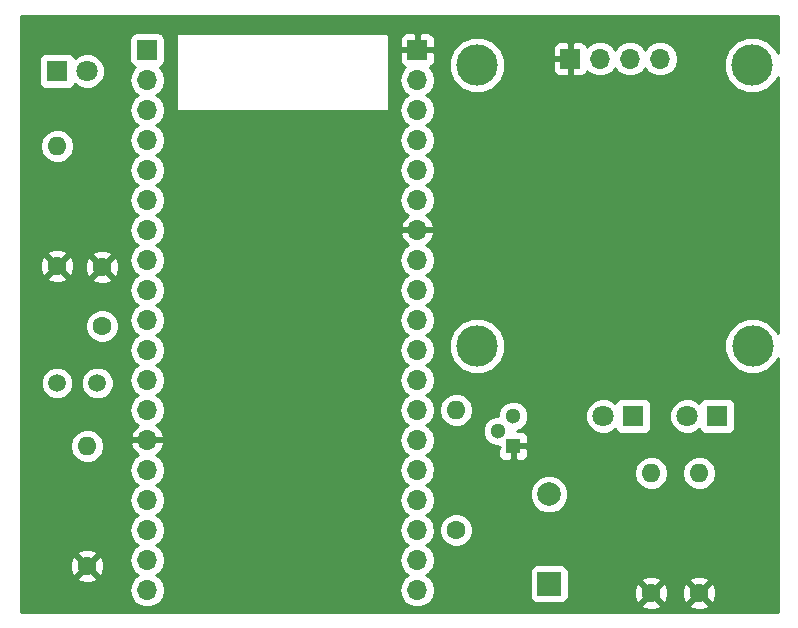
<source format=gbl>
G04 #@! TF.GenerationSoftware,KiCad,Pcbnew,5.0.0+dfsg1-1*
G04 #@! TF.CreationDate,2018-09-23T15:10:03+08:00*
G04 #@! TF.ProjectId,IOT,494F542E6B696361645F706362000000,rev?*
G04 #@! TF.SameCoordinates,Original*
G04 #@! TF.FileFunction,Copper,L2,Bot,Signal*
G04 #@! TF.FilePolarity,Positive*
%FSLAX46Y46*%
G04 Gerber Fmt 4.6, Leading zero omitted, Abs format (unit mm)*
G04 Created by KiCad (PCBNEW 5.0.0+dfsg1-1) date Sun Sep 23 15:10:03 2018*
%MOMM*%
%LPD*%
G01*
G04 APERTURE LIST*
G04 #@! TA.AperFunction,ComponentPad*
%ADD10R,1.800000X1.800000*%
G04 #@! TD*
G04 #@! TA.AperFunction,ComponentPad*
%ADD11C,1.800000*%
G04 #@! TD*
G04 #@! TA.AperFunction,WasherPad*
%ADD12C,3.500000*%
G04 #@! TD*
G04 #@! TA.AperFunction,ComponentPad*
%ADD13R,1.700000X1.700000*%
G04 #@! TD*
G04 #@! TA.AperFunction,ComponentPad*
%ADD14O,1.700000X1.700000*%
G04 #@! TD*
G04 #@! TA.AperFunction,ComponentPad*
%ADD15C,1.500000*%
G04 #@! TD*
G04 #@! TA.AperFunction,ComponentPad*
%ADD16R,2.000000X2.000000*%
G04 #@! TD*
G04 #@! TA.AperFunction,ComponentPad*
%ADD17C,2.000000*%
G04 #@! TD*
G04 #@! TA.AperFunction,ComponentPad*
%ADD18O,1.600000X1.600000*%
G04 #@! TD*
G04 #@! TA.AperFunction,ComponentPad*
%ADD19C,1.600000*%
G04 #@! TD*
G04 #@! TA.AperFunction,ComponentPad*
%ADD20C,1.300000*%
G04 #@! TD*
G04 #@! TA.AperFunction,ComponentPad*
%ADD21R,1.300000X1.300000*%
G04 #@! TD*
G04 #@! TA.AperFunction,Conductor*
%ADD22C,0.254000*%
G04 #@! TD*
G04 APERTURE END LIST*
D10*
G04 #@! TO.P,D1,1*
G04 #@! TO.N,Net-(D1-Pad1)*
X25400000Y-41910000D03*
D11*
G04 #@! TO.P,D1,2*
G04 #@! TO.N,+3V3*
X27940000Y-41910000D03*
G04 #@! TD*
G04 #@! TO.P,D2,2*
G04 #@! TO.N,/GREEN_LED*
X78740000Y-71120000D03*
D10*
G04 #@! TO.P,D2,1*
G04 #@! TO.N,Net-(D2-Pad1)*
X81280000Y-71120000D03*
G04 #@! TD*
D12*
G04 #@! TO.P,U2,*
G04 #@! TO.N,*
X84251800Y-41402000D03*
X84277200Y-65176400D03*
X60960000Y-65201800D03*
D13*
G04 #@! TO.P,U2,1*
G04 #@! TO.N,GND*
X68834000Y-40894000D03*
D14*
G04 #@! TO.P,U2,2*
G04 #@! TO.N,+3V3*
X71374000Y-40894000D03*
G04 #@! TO.P,U2,3*
G04 #@! TO.N,/OLED_SCL*
X73914000Y-40894000D03*
G04 #@! TO.P,U2,4*
G04 #@! TO.N,/OLED_SDA*
X76454000Y-40894000D03*
D12*
G04 #@! TO.P,U2,*
G04 #@! TO.N,*
X60960000Y-41402000D03*
G04 #@! TD*
D10*
G04 #@! TO.P,D3,1*
G04 #@! TO.N,Net-(D3-Pad1)*
X74168000Y-71120000D03*
D11*
G04 #@! TO.P,D3,2*
G04 #@! TO.N,/RED_LED*
X71628000Y-71120000D03*
G04 #@! TD*
D15*
G04 #@! TO.P,R5,1*
G04 #@! TO.N,+3V3*
X25400000Y-68326000D03*
G04 #@! TO.P,R5,2*
G04 #@! TO.N,/LDR_ADC*
X28800000Y-68326000D03*
G04 #@! TD*
D14*
G04 #@! TO.P,U1,20*
G04 #@! TO.N,Net-(U1-Pad20)*
X55880000Y-85852000D03*
G04 #@! TO.P,U1,21*
G04 #@! TO.N,Net-(U1-Pad21)*
X55880000Y-83312000D03*
G04 #@! TO.P,U1,22*
G04 #@! TO.N,Net-(U1-Pad22)*
X55880000Y-80772000D03*
G04 #@! TO.P,U1,23*
G04 #@! TO.N,Net-(U1-Pad23)*
X55880000Y-78232000D03*
G04 #@! TO.P,U1,24*
G04 #@! TO.N,Net-(U1-Pad24)*
X55880000Y-75692000D03*
G04 #@! TO.P,U1,25*
G04 #@! TO.N,Net-(U1-Pad25)*
X55880000Y-73152000D03*
G04 #@! TO.P,U1,26*
G04 #@! TO.N,/BUZZER_CONTROL*
X55880000Y-70612000D03*
G04 #@! TO.P,U1,27*
G04 #@! TO.N,/RED_LED*
X55880000Y-68072000D03*
G04 #@! TO.P,U1,28*
G04 #@! TO.N,/GREEN_LED*
X55880000Y-65532000D03*
G04 #@! TO.P,U1,29*
G04 #@! TO.N,Net-(U1-Pad29)*
X55880000Y-62992000D03*
G04 #@! TO.P,U1,30*
G04 #@! TO.N,Net-(U1-Pad30)*
X55880000Y-60452000D03*
G04 #@! TO.P,U1,31*
G04 #@! TO.N,Net-(U1-Pad31)*
X55880000Y-57912000D03*
G04 #@! TO.P,U1,32*
G04 #@! TO.N,GND*
X55880000Y-55372000D03*
G04 #@! TO.P,U1,33*
G04 #@! TO.N,/OLED_SDA*
X55880000Y-52832000D03*
G04 #@! TO.P,U1,34*
G04 #@! TO.N,Net-(U1-Pad34)*
X55880000Y-50292000D03*
G04 #@! TO.P,U1,35*
G04 #@! TO.N,Net-(U1-Pad35)*
X55880000Y-47752000D03*
G04 #@! TO.P,U1,36*
G04 #@! TO.N,/OLED_SCL*
X55880000Y-45212000D03*
G04 #@! TO.P,U1,37*
G04 #@! TO.N,Net-(U1-Pad37)*
X55880000Y-42672000D03*
D13*
G04 #@! TO.P,U1,38*
G04 #@! TO.N,GND*
X55880000Y-40132000D03*
G04 #@! TO.P,U1,1*
G04 #@! TO.N,+3V3*
X33020000Y-40132000D03*
D14*
G04 #@! TO.P,U1,2*
G04 #@! TO.N,Net-(U1-Pad2)*
X33020000Y-42672000D03*
G04 #@! TO.P,U1,3*
G04 #@! TO.N,Net-(U1-Pad3)*
X33020000Y-45212000D03*
G04 #@! TO.P,U1,4*
G04 #@! TO.N,Net-(U1-Pad4)*
X33020000Y-47752000D03*
G04 #@! TO.P,U1,5*
G04 #@! TO.N,Net-(U1-Pad5)*
X33020000Y-50292000D03*
G04 #@! TO.P,U1,6*
G04 #@! TO.N,Net-(U1-Pad6)*
X33020000Y-52832000D03*
G04 #@! TO.P,U1,7*
G04 #@! TO.N,/LDR_ADC*
X33020000Y-55372000D03*
G04 #@! TO.P,U1,8*
G04 #@! TO.N,Net-(U1-Pad8)*
X33020000Y-57912000D03*
G04 #@! TO.P,U1,9*
G04 #@! TO.N,Net-(U1-Pad9)*
X33020000Y-60452000D03*
G04 #@! TO.P,U1,10*
G04 #@! TO.N,Net-(U1-Pad10)*
X33020000Y-62992000D03*
G04 #@! TO.P,U1,11*
G04 #@! TO.N,Net-(U1-Pad11)*
X33020000Y-65532000D03*
G04 #@! TO.P,U1,12*
G04 #@! TO.N,Net-(U1-Pad12)*
X33020000Y-68072000D03*
G04 #@! TO.P,U1,13*
G04 #@! TO.N,Net-(U1-Pad13)*
X33020000Y-70612000D03*
G04 #@! TO.P,U1,14*
G04 #@! TO.N,GND*
X33020000Y-73152000D03*
G04 #@! TO.P,U1,15*
G04 #@! TO.N,Net-(U1-Pad15)*
X33020000Y-75692000D03*
G04 #@! TO.P,U1,16*
G04 #@! TO.N,Net-(U1-Pad16)*
X33020000Y-78232000D03*
G04 #@! TO.P,U1,17*
G04 #@! TO.N,Net-(U1-Pad17)*
X33020000Y-80772000D03*
G04 #@! TO.P,U1,18*
G04 #@! TO.N,Net-(U1-Pad18)*
X33020000Y-83312000D03*
G04 #@! TO.P,U1,19*
G04 #@! TO.N,Net-(U1-Pad19)*
X33020000Y-85852000D03*
G04 #@! TD*
D16*
G04 #@! TO.P,BZ1,1*
G04 #@! TO.N,+3V3*
X67056000Y-85344000D03*
D17*
G04 #@! TO.P,BZ1,2*
G04 #@! TO.N,Net-(BZ1-Pad2)*
X67056000Y-77744000D03*
G04 #@! TD*
D18*
G04 #@! TO.P,R4,2*
G04 #@! TO.N,Net-(D3-Pad1)*
X75692000Y-75946000D03*
D19*
G04 #@! TO.P,R4,1*
G04 #@! TO.N,GND*
X75692000Y-86106000D03*
G04 #@! TD*
D18*
G04 #@! TO.P,R2,2*
G04 #@! TO.N,Net-(D1-Pad1)*
X25400000Y-48260000D03*
D19*
G04 #@! TO.P,R2,1*
G04 #@! TO.N,GND*
X25400000Y-58420000D03*
G04 #@! TD*
G04 #@! TO.P,C1,1*
G04 #@! TO.N,/LDR_ADC*
X29210000Y-63500000D03*
G04 #@! TO.P,C1,2*
G04 #@! TO.N,GND*
X29210000Y-58500000D03*
G04 #@! TD*
G04 #@! TO.P,R6,1*
G04 #@! TO.N,GND*
X27940000Y-83820000D03*
D18*
G04 #@! TO.P,R6,2*
G04 #@! TO.N,/LDR_ADC*
X27940000Y-73660000D03*
G04 #@! TD*
D19*
G04 #@! TO.P,R3,1*
G04 #@! TO.N,GND*
X79756000Y-86106000D03*
D18*
G04 #@! TO.P,R3,2*
G04 #@! TO.N,Net-(D2-Pad1)*
X79756000Y-75946000D03*
G04 #@! TD*
D20*
G04 #@! TO.P,Q1,2*
G04 #@! TO.N,Net-(Q1-Pad2)*
X62738000Y-72390000D03*
G04 #@! TO.P,Q1,3*
G04 #@! TO.N,Net-(BZ1-Pad2)*
X64008000Y-71120000D03*
D21*
G04 #@! TO.P,Q1,1*
G04 #@! TO.N,GND*
X64008000Y-73660000D03*
G04 #@! TD*
D19*
G04 #@! TO.P,R1,1*
G04 #@! TO.N,Net-(Q1-Pad2)*
X59182000Y-80772000D03*
D18*
G04 #@! TO.P,R1,2*
G04 #@! TO.N,/BUZZER_CONTROL*
X59182000Y-70612000D03*
G04 #@! TD*
D22*
G04 #@! TO.N,GND*
G36*
X86412000Y-40384880D02*
X86273705Y-40051006D01*
X85602794Y-39380095D01*
X84726206Y-39017000D01*
X83777394Y-39017000D01*
X82900806Y-39380095D01*
X82229895Y-40051006D01*
X81866800Y-40927594D01*
X81866800Y-41876406D01*
X82229895Y-42752994D01*
X82900806Y-43423905D01*
X83777394Y-43787000D01*
X84726206Y-43787000D01*
X85602794Y-43423905D01*
X86273705Y-42752994D01*
X86412000Y-42419120D01*
X86412001Y-64097960D01*
X86299105Y-63825406D01*
X85628194Y-63154495D01*
X84751606Y-62791400D01*
X83802794Y-62791400D01*
X82926206Y-63154495D01*
X82255295Y-63825406D01*
X81892200Y-64701994D01*
X81892200Y-65650806D01*
X82255295Y-66527394D01*
X82926206Y-67198305D01*
X83802794Y-67561400D01*
X84751606Y-67561400D01*
X85628194Y-67198305D01*
X86299105Y-66527394D01*
X86412001Y-66254840D01*
X86412001Y-87682000D01*
X22300000Y-87682000D01*
X22300000Y-84827745D01*
X27111861Y-84827745D01*
X27185995Y-85073864D01*
X27723223Y-85266965D01*
X28293454Y-85239778D01*
X28694005Y-85073864D01*
X28768139Y-84827745D01*
X27940000Y-83999605D01*
X27111861Y-84827745D01*
X22300000Y-84827745D01*
X22300000Y-83603223D01*
X26493035Y-83603223D01*
X26520222Y-84173454D01*
X26686136Y-84574005D01*
X26932255Y-84648139D01*
X27760395Y-83820000D01*
X28119605Y-83820000D01*
X28947745Y-84648139D01*
X29193864Y-84574005D01*
X29386965Y-84036777D01*
X29359778Y-83466546D01*
X29193864Y-83065995D01*
X28947745Y-82991861D01*
X28119605Y-83820000D01*
X27760395Y-83820000D01*
X26932255Y-82991861D01*
X26686136Y-83065995D01*
X26493035Y-83603223D01*
X22300000Y-83603223D01*
X22300000Y-82812255D01*
X27111861Y-82812255D01*
X27940000Y-83640395D01*
X28768139Y-82812255D01*
X28694005Y-82566136D01*
X28156777Y-82373035D01*
X27586546Y-82400222D01*
X27185995Y-82566136D01*
X27111861Y-82812255D01*
X22300000Y-82812255D01*
X22300000Y-75692000D01*
X31505908Y-75692000D01*
X31621161Y-76271418D01*
X31949375Y-76762625D01*
X32247761Y-76962000D01*
X31949375Y-77161375D01*
X31621161Y-77652582D01*
X31505908Y-78232000D01*
X31621161Y-78811418D01*
X31949375Y-79302625D01*
X32247761Y-79502000D01*
X31949375Y-79701375D01*
X31621161Y-80192582D01*
X31505908Y-80772000D01*
X31621161Y-81351418D01*
X31949375Y-81842625D01*
X32247761Y-82042000D01*
X31949375Y-82241375D01*
X31621161Y-82732582D01*
X31505908Y-83312000D01*
X31621161Y-83891418D01*
X31949375Y-84382625D01*
X32247761Y-84582000D01*
X31949375Y-84781375D01*
X31621161Y-85272582D01*
X31505908Y-85852000D01*
X31621161Y-86431418D01*
X31949375Y-86922625D01*
X32440582Y-87250839D01*
X32873744Y-87337000D01*
X33166256Y-87337000D01*
X33599418Y-87250839D01*
X34090625Y-86922625D01*
X34418839Y-86431418D01*
X34534092Y-85852000D01*
X34418839Y-85272582D01*
X34090625Y-84781375D01*
X33792239Y-84582000D01*
X34090625Y-84382625D01*
X34418839Y-83891418D01*
X34534092Y-83312000D01*
X34418839Y-82732582D01*
X34090625Y-82241375D01*
X33792239Y-82042000D01*
X34090625Y-81842625D01*
X34418839Y-81351418D01*
X34534092Y-80772000D01*
X34418839Y-80192582D01*
X34090625Y-79701375D01*
X33792239Y-79502000D01*
X34090625Y-79302625D01*
X34418839Y-78811418D01*
X34534092Y-78232000D01*
X34418839Y-77652582D01*
X34090625Y-77161375D01*
X33792239Y-76962000D01*
X34090625Y-76762625D01*
X34418839Y-76271418D01*
X34534092Y-75692000D01*
X34418839Y-75112582D01*
X34090625Y-74621375D01*
X33771522Y-74408157D01*
X33901358Y-74347183D01*
X34291645Y-73918924D01*
X34461476Y-73508890D01*
X34340155Y-73279000D01*
X33147000Y-73279000D01*
X33147000Y-73299000D01*
X32893000Y-73299000D01*
X32893000Y-73279000D01*
X31699845Y-73279000D01*
X31578524Y-73508890D01*
X31748355Y-73918924D01*
X32138642Y-74347183D01*
X32268478Y-74408157D01*
X31949375Y-74621375D01*
X31621161Y-75112582D01*
X31505908Y-75692000D01*
X22300000Y-75692000D01*
X22300000Y-73660000D01*
X26476887Y-73660000D01*
X26588260Y-74219909D01*
X26905423Y-74694577D01*
X27380091Y-75011740D01*
X27798667Y-75095000D01*
X28081333Y-75095000D01*
X28499909Y-75011740D01*
X28974577Y-74694577D01*
X29291740Y-74219909D01*
X29403113Y-73660000D01*
X29291740Y-73100091D01*
X28974577Y-72625423D01*
X28499909Y-72308260D01*
X28081333Y-72225000D01*
X27798667Y-72225000D01*
X27380091Y-72308260D01*
X26905423Y-72625423D01*
X26588260Y-73100091D01*
X26476887Y-73660000D01*
X22300000Y-73660000D01*
X22300000Y-68050506D01*
X24015000Y-68050506D01*
X24015000Y-68601494D01*
X24225853Y-69110540D01*
X24615460Y-69500147D01*
X25124506Y-69711000D01*
X25675494Y-69711000D01*
X26184540Y-69500147D01*
X26574147Y-69110540D01*
X26785000Y-68601494D01*
X26785000Y-68050506D01*
X27415000Y-68050506D01*
X27415000Y-68601494D01*
X27625853Y-69110540D01*
X28015460Y-69500147D01*
X28524506Y-69711000D01*
X29075494Y-69711000D01*
X29584540Y-69500147D01*
X29974147Y-69110540D01*
X30185000Y-68601494D01*
X30185000Y-68050506D01*
X29974147Y-67541460D01*
X29584540Y-67151853D01*
X29075494Y-66941000D01*
X28524506Y-66941000D01*
X28015460Y-67151853D01*
X27625853Y-67541460D01*
X27415000Y-68050506D01*
X26785000Y-68050506D01*
X26574147Y-67541460D01*
X26184540Y-67151853D01*
X25675494Y-66941000D01*
X25124506Y-66941000D01*
X24615460Y-67151853D01*
X24225853Y-67541460D01*
X24015000Y-68050506D01*
X22300000Y-68050506D01*
X22300000Y-63214561D01*
X27775000Y-63214561D01*
X27775000Y-63785439D01*
X27993466Y-64312862D01*
X28397138Y-64716534D01*
X28924561Y-64935000D01*
X29495439Y-64935000D01*
X30022862Y-64716534D01*
X30426534Y-64312862D01*
X30645000Y-63785439D01*
X30645000Y-63214561D01*
X30426534Y-62687138D01*
X30022862Y-62283466D01*
X29495439Y-62065000D01*
X28924561Y-62065000D01*
X28397138Y-62283466D01*
X27993466Y-62687138D01*
X27775000Y-63214561D01*
X22300000Y-63214561D01*
X22300000Y-59427745D01*
X24571861Y-59427745D01*
X24645995Y-59673864D01*
X25183223Y-59866965D01*
X25753454Y-59839778D01*
X26154005Y-59673864D01*
X26204042Y-59507745D01*
X28381861Y-59507745D01*
X28455995Y-59753864D01*
X28993223Y-59946965D01*
X29563454Y-59919778D01*
X29964005Y-59753864D01*
X30038139Y-59507745D01*
X29210000Y-58679605D01*
X28381861Y-59507745D01*
X26204042Y-59507745D01*
X26228139Y-59427745D01*
X25400000Y-58599605D01*
X24571861Y-59427745D01*
X22300000Y-59427745D01*
X22300000Y-58203223D01*
X23953035Y-58203223D01*
X23980222Y-58773454D01*
X24146136Y-59174005D01*
X24392255Y-59248139D01*
X25220395Y-58420000D01*
X25579605Y-58420000D01*
X26407745Y-59248139D01*
X26653864Y-59174005D01*
X26846965Y-58636777D01*
X26830109Y-58283223D01*
X27763035Y-58283223D01*
X27790222Y-58853454D01*
X27956136Y-59254005D01*
X28202255Y-59328139D01*
X29030395Y-58500000D01*
X29389605Y-58500000D01*
X30217745Y-59328139D01*
X30463864Y-59254005D01*
X30656965Y-58716777D01*
X30629778Y-58146546D01*
X30463864Y-57745995D01*
X30217745Y-57671861D01*
X29389605Y-58500000D01*
X29030395Y-58500000D01*
X28202255Y-57671861D01*
X27956136Y-57745995D01*
X27763035Y-58283223D01*
X26830109Y-58283223D01*
X26819778Y-58066546D01*
X26653864Y-57665995D01*
X26407745Y-57591861D01*
X25579605Y-58420000D01*
X25220395Y-58420000D01*
X24392255Y-57591861D01*
X24146136Y-57665995D01*
X23953035Y-58203223D01*
X22300000Y-58203223D01*
X22300000Y-57412255D01*
X24571861Y-57412255D01*
X25400000Y-58240395D01*
X26148139Y-57492255D01*
X28381861Y-57492255D01*
X29210000Y-58320395D01*
X30038139Y-57492255D01*
X29964005Y-57246136D01*
X29426777Y-57053035D01*
X28856546Y-57080222D01*
X28455995Y-57246136D01*
X28381861Y-57492255D01*
X26148139Y-57492255D01*
X26228139Y-57412255D01*
X26154005Y-57166136D01*
X25616777Y-56973035D01*
X25046546Y-57000222D01*
X24645995Y-57166136D01*
X24571861Y-57412255D01*
X22300000Y-57412255D01*
X22300000Y-48260000D01*
X23936887Y-48260000D01*
X24048260Y-48819909D01*
X24365423Y-49294577D01*
X24840091Y-49611740D01*
X25258667Y-49695000D01*
X25541333Y-49695000D01*
X25959909Y-49611740D01*
X26434577Y-49294577D01*
X26751740Y-48819909D01*
X26863113Y-48260000D01*
X26751740Y-47700091D01*
X26434577Y-47225423D01*
X25959909Y-46908260D01*
X25541333Y-46825000D01*
X25258667Y-46825000D01*
X24840091Y-46908260D01*
X24365423Y-47225423D01*
X24048260Y-47700091D01*
X23936887Y-48260000D01*
X22300000Y-48260000D01*
X22300000Y-41010000D01*
X23852560Y-41010000D01*
X23852560Y-42810000D01*
X23901843Y-43057765D01*
X24042191Y-43267809D01*
X24252235Y-43408157D01*
X24500000Y-43457440D01*
X26300000Y-43457440D01*
X26547765Y-43408157D01*
X26757809Y-43267809D01*
X26898157Y-43057765D01*
X26901275Y-43042092D01*
X27070493Y-43211310D01*
X27634670Y-43445000D01*
X28245330Y-43445000D01*
X28809507Y-43211310D01*
X29241310Y-42779507D01*
X29285840Y-42672000D01*
X31505908Y-42672000D01*
X31621161Y-43251418D01*
X31949375Y-43742625D01*
X32247761Y-43942000D01*
X31949375Y-44141375D01*
X31621161Y-44632582D01*
X31505908Y-45212000D01*
X31621161Y-45791418D01*
X31949375Y-46282625D01*
X32247761Y-46482000D01*
X31949375Y-46681375D01*
X31621161Y-47172582D01*
X31505908Y-47752000D01*
X31621161Y-48331418D01*
X31949375Y-48822625D01*
X32247761Y-49022000D01*
X31949375Y-49221375D01*
X31621161Y-49712582D01*
X31505908Y-50292000D01*
X31621161Y-50871418D01*
X31949375Y-51362625D01*
X32247761Y-51562000D01*
X31949375Y-51761375D01*
X31621161Y-52252582D01*
X31505908Y-52832000D01*
X31621161Y-53411418D01*
X31949375Y-53902625D01*
X32247761Y-54102000D01*
X31949375Y-54301375D01*
X31621161Y-54792582D01*
X31505908Y-55372000D01*
X31621161Y-55951418D01*
X31949375Y-56442625D01*
X32247761Y-56642000D01*
X31949375Y-56841375D01*
X31621161Y-57332582D01*
X31505908Y-57912000D01*
X31621161Y-58491418D01*
X31949375Y-58982625D01*
X32247761Y-59182000D01*
X31949375Y-59381375D01*
X31621161Y-59872582D01*
X31505908Y-60452000D01*
X31621161Y-61031418D01*
X31949375Y-61522625D01*
X32247761Y-61722000D01*
X31949375Y-61921375D01*
X31621161Y-62412582D01*
X31505908Y-62992000D01*
X31621161Y-63571418D01*
X31949375Y-64062625D01*
X32247761Y-64262000D01*
X31949375Y-64461375D01*
X31621161Y-64952582D01*
X31505908Y-65532000D01*
X31621161Y-66111418D01*
X31949375Y-66602625D01*
X32247761Y-66802000D01*
X31949375Y-67001375D01*
X31621161Y-67492582D01*
X31505908Y-68072000D01*
X31621161Y-68651418D01*
X31949375Y-69142625D01*
X32247761Y-69342000D01*
X31949375Y-69541375D01*
X31621161Y-70032582D01*
X31505908Y-70612000D01*
X31621161Y-71191418D01*
X31949375Y-71682625D01*
X32268478Y-71895843D01*
X32138642Y-71956817D01*
X31748355Y-72385076D01*
X31578524Y-72795110D01*
X31699845Y-73025000D01*
X32893000Y-73025000D01*
X32893000Y-73005000D01*
X33147000Y-73005000D01*
X33147000Y-73025000D01*
X34340155Y-73025000D01*
X34461476Y-72795110D01*
X34291645Y-72385076D01*
X33901358Y-71956817D01*
X33771522Y-71895843D01*
X34090625Y-71682625D01*
X34418839Y-71191418D01*
X34534092Y-70612000D01*
X34418839Y-70032582D01*
X34090625Y-69541375D01*
X33792239Y-69342000D01*
X34090625Y-69142625D01*
X34418839Y-68651418D01*
X34534092Y-68072000D01*
X34418839Y-67492582D01*
X34090625Y-67001375D01*
X33792239Y-66802000D01*
X34090625Y-66602625D01*
X34418839Y-66111418D01*
X34534092Y-65532000D01*
X34418839Y-64952582D01*
X34090625Y-64461375D01*
X33792239Y-64262000D01*
X34090625Y-64062625D01*
X34418839Y-63571418D01*
X34534092Y-62992000D01*
X34418839Y-62412582D01*
X34090625Y-61921375D01*
X33792239Y-61722000D01*
X34090625Y-61522625D01*
X34418839Y-61031418D01*
X34534092Y-60452000D01*
X34418839Y-59872582D01*
X34090625Y-59381375D01*
X33792239Y-59182000D01*
X34090625Y-58982625D01*
X34418839Y-58491418D01*
X34534092Y-57912000D01*
X54365908Y-57912000D01*
X54481161Y-58491418D01*
X54809375Y-58982625D01*
X55107761Y-59182000D01*
X54809375Y-59381375D01*
X54481161Y-59872582D01*
X54365908Y-60452000D01*
X54481161Y-61031418D01*
X54809375Y-61522625D01*
X55107761Y-61722000D01*
X54809375Y-61921375D01*
X54481161Y-62412582D01*
X54365908Y-62992000D01*
X54481161Y-63571418D01*
X54809375Y-64062625D01*
X55107761Y-64262000D01*
X54809375Y-64461375D01*
X54481161Y-64952582D01*
X54365908Y-65532000D01*
X54481161Y-66111418D01*
X54809375Y-66602625D01*
X55107761Y-66802000D01*
X54809375Y-67001375D01*
X54481161Y-67492582D01*
X54365908Y-68072000D01*
X54481161Y-68651418D01*
X54809375Y-69142625D01*
X55107761Y-69342000D01*
X54809375Y-69541375D01*
X54481161Y-70032582D01*
X54365908Y-70612000D01*
X54481161Y-71191418D01*
X54809375Y-71682625D01*
X55107761Y-71882000D01*
X54809375Y-72081375D01*
X54481161Y-72572582D01*
X54365908Y-73152000D01*
X54481161Y-73731418D01*
X54809375Y-74222625D01*
X55107761Y-74422000D01*
X54809375Y-74621375D01*
X54481161Y-75112582D01*
X54365908Y-75692000D01*
X54481161Y-76271418D01*
X54809375Y-76762625D01*
X55107761Y-76962000D01*
X54809375Y-77161375D01*
X54481161Y-77652582D01*
X54365908Y-78232000D01*
X54481161Y-78811418D01*
X54809375Y-79302625D01*
X55107761Y-79502000D01*
X54809375Y-79701375D01*
X54481161Y-80192582D01*
X54365908Y-80772000D01*
X54481161Y-81351418D01*
X54809375Y-81842625D01*
X55107761Y-82042000D01*
X54809375Y-82241375D01*
X54481161Y-82732582D01*
X54365908Y-83312000D01*
X54481161Y-83891418D01*
X54809375Y-84382625D01*
X55107761Y-84582000D01*
X54809375Y-84781375D01*
X54481161Y-85272582D01*
X54365908Y-85852000D01*
X54481161Y-86431418D01*
X54809375Y-86922625D01*
X55300582Y-87250839D01*
X55733744Y-87337000D01*
X56026256Y-87337000D01*
X56459418Y-87250839D01*
X56664593Y-87113745D01*
X74863861Y-87113745D01*
X74937995Y-87359864D01*
X75475223Y-87552965D01*
X76045454Y-87525778D01*
X76446005Y-87359864D01*
X76520139Y-87113745D01*
X78927861Y-87113745D01*
X79001995Y-87359864D01*
X79539223Y-87552965D01*
X80109454Y-87525778D01*
X80510005Y-87359864D01*
X80584139Y-87113745D01*
X79756000Y-86285605D01*
X78927861Y-87113745D01*
X76520139Y-87113745D01*
X75692000Y-86285605D01*
X74863861Y-87113745D01*
X56664593Y-87113745D01*
X56950625Y-86922625D01*
X57278839Y-86431418D01*
X57394092Y-85852000D01*
X57278839Y-85272582D01*
X56950625Y-84781375D01*
X56652239Y-84582000D01*
X56950625Y-84382625D01*
X56976433Y-84344000D01*
X65408560Y-84344000D01*
X65408560Y-86344000D01*
X65457843Y-86591765D01*
X65598191Y-86801809D01*
X65808235Y-86942157D01*
X66056000Y-86991440D01*
X68056000Y-86991440D01*
X68303765Y-86942157D01*
X68513809Y-86801809D01*
X68654157Y-86591765D01*
X68703440Y-86344000D01*
X68703440Y-85889223D01*
X74245035Y-85889223D01*
X74272222Y-86459454D01*
X74438136Y-86860005D01*
X74684255Y-86934139D01*
X75512395Y-86106000D01*
X75871605Y-86106000D01*
X76699745Y-86934139D01*
X76945864Y-86860005D01*
X77138965Y-86322777D01*
X77118295Y-85889223D01*
X78309035Y-85889223D01*
X78336222Y-86459454D01*
X78502136Y-86860005D01*
X78748255Y-86934139D01*
X79576395Y-86106000D01*
X79935605Y-86106000D01*
X80763745Y-86934139D01*
X81009864Y-86860005D01*
X81202965Y-86322777D01*
X81175778Y-85752546D01*
X81009864Y-85351995D01*
X80763745Y-85277861D01*
X79935605Y-86106000D01*
X79576395Y-86106000D01*
X78748255Y-85277861D01*
X78502136Y-85351995D01*
X78309035Y-85889223D01*
X77118295Y-85889223D01*
X77111778Y-85752546D01*
X76945864Y-85351995D01*
X76699745Y-85277861D01*
X75871605Y-86106000D01*
X75512395Y-86106000D01*
X74684255Y-85277861D01*
X74438136Y-85351995D01*
X74245035Y-85889223D01*
X68703440Y-85889223D01*
X68703440Y-85098255D01*
X74863861Y-85098255D01*
X75692000Y-85926395D01*
X76520139Y-85098255D01*
X78927861Y-85098255D01*
X79756000Y-85926395D01*
X80584139Y-85098255D01*
X80510005Y-84852136D01*
X79972777Y-84659035D01*
X79402546Y-84686222D01*
X79001995Y-84852136D01*
X78927861Y-85098255D01*
X76520139Y-85098255D01*
X76446005Y-84852136D01*
X75908777Y-84659035D01*
X75338546Y-84686222D01*
X74937995Y-84852136D01*
X74863861Y-85098255D01*
X68703440Y-85098255D01*
X68703440Y-84344000D01*
X68654157Y-84096235D01*
X68513809Y-83886191D01*
X68303765Y-83745843D01*
X68056000Y-83696560D01*
X66056000Y-83696560D01*
X65808235Y-83745843D01*
X65598191Y-83886191D01*
X65457843Y-84096235D01*
X65408560Y-84344000D01*
X56976433Y-84344000D01*
X57278839Y-83891418D01*
X57394092Y-83312000D01*
X57278839Y-82732582D01*
X56950625Y-82241375D01*
X56652239Y-82042000D01*
X56950625Y-81842625D01*
X57278839Y-81351418D01*
X57394092Y-80772000D01*
X57337315Y-80486561D01*
X57747000Y-80486561D01*
X57747000Y-81057439D01*
X57965466Y-81584862D01*
X58369138Y-81988534D01*
X58896561Y-82207000D01*
X59467439Y-82207000D01*
X59994862Y-81988534D01*
X60398534Y-81584862D01*
X60617000Y-81057439D01*
X60617000Y-80486561D01*
X60398534Y-79959138D01*
X59994862Y-79555466D01*
X59467439Y-79337000D01*
X58896561Y-79337000D01*
X58369138Y-79555466D01*
X57965466Y-79959138D01*
X57747000Y-80486561D01*
X57337315Y-80486561D01*
X57278839Y-80192582D01*
X56950625Y-79701375D01*
X56652239Y-79502000D01*
X56950625Y-79302625D01*
X57278839Y-78811418D01*
X57394092Y-78232000D01*
X57278839Y-77652582D01*
X57122617Y-77418778D01*
X65421000Y-77418778D01*
X65421000Y-78069222D01*
X65669914Y-78670153D01*
X66129847Y-79130086D01*
X66730778Y-79379000D01*
X67381222Y-79379000D01*
X67982153Y-79130086D01*
X68442086Y-78670153D01*
X68691000Y-78069222D01*
X68691000Y-77418778D01*
X68442086Y-76817847D01*
X67982153Y-76357914D01*
X67381222Y-76109000D01*
X66730778Y-76109000D01*
X66129847Y-76357914D01*
X65669914Y-76817847D01*
X65421000Y-77418778D01*
X57122617Y-77418778D01*
X56950625Y-77161375D01*
X56652239Y-76962000D01*
X56950625Y-76762625D01*
X57278839Y-76271418D01*
X57343568Y-75946000D01*
X74228887Y-75946000D01*
X74340260Y-76505909D01*
X74657423Y-76980577D01*
X75132091Y-77297740D01*
X75550667Y-77381000D01*
X75833333Y-77381000D01*
X76251909Y-77297740D01*
X76726577Y-76980577D01*
X77043740Y-76505909D01*
X77155113Y-75946000D01*
X78292887Y-75946000D01*
X78404260Y-76505909D01*
X78721423Y-76980577D01*
X79196091Y-77297740D01*
X79614667Y-77381000D01*
X79897333Y-77381000D01*
X80315909Y-77297740D01*
X80790577Y-76980577D01*
X81107740Y-76505909D01*
X81219113Y-75946000D01*
X81107740Y-75386091D01*
X80790577Y-74911423D01*
X80315909Y-74594260D01*
X79897333Y-74511000D01*
X79614667Y-74511000D01*
X79196091Y-74594260D01*
X78721423Y-74911423D01*
X78404260Y-75386091D01*
X78292887Y-75946000D01*
X77155113Y-75946000D01*
X77043740Y-75386091D01*
X76726577Y-74911423D01*
X76251909Y-74594260D01*
X75833333Y-74511000D01*
X75550667Y-74511000D01*
X75132091Y-74594260D01*
X74657423Y-74911423D01*
X74340260Y-75386091D01*
X74228887Y-75946000D01*
X57343568Y-75946000D01*
X57394092Y-75692000D01*
X57278839Y-75112582D01*
X56950625Y-74621375D01*
X56652239Y-74422000D01*
X56950625Y-74222625D01*
X57278839Y-73731418D01*
X57394092Y-73152000D01*
X57278839Y-72572582D01*
X56986054Y-72134398D01*
X61453000Y-72134398D01*
X61453000Y-72645602D01*
X61648629Y-73117894D01*
X62010106Y-73479371D01*
X62482398Y-73675000D01*
X62723000Y-73675000D01*
X62723000Y-73787002D01*
X62881748Y-73787002D01*
X62723000Y-73945750D01*
X62723000Y-74436310D01*
X62819673Y-74669699D01*
X62998302Y-74848327D01*
X63231691Y-74945000D01*
X63722250Y-74945000D01*
X63881000Y-74786250D01*
X63881000Y-73787000D01*
X64135000Y-73787000D01*
X64135000Y-74786250D01*
X64293750Y-74945000D01*
X64784309Y-74945000D01*
X65017698Y-74848327D01*
X65196327Y-74669699D01*
X65293000Y-74436310D01*
X65293000Y-73945750D01*
X65134250Y-73787000D01*
X64135000Y-73787000D01*
X63881000Y-73787000D01*
X63861000Y-73787000D01*
X63861000Y-73533000D01*
X63881000Y-73533000D01*
X63881000Y-73513000D01*
X64135000Y-73513000D01*
X64135000Y-73533000D01*
X65134250Y-73533000D01*
X65293000Y-73374250D01*
X65293000Y-72883690D01*
X65196327Y-72650301D01*
X65017698Y-72471673D01*
X64784309Y-72375000D01*
X64336029Y-72375000D01*
X64735894Y-72209371D01*
X65097371Y-71847894D01*
X65293000Y-71375602D01*
X65293000Y-70864398D01*
X65272403Y-70814670D01*
X70093000Y-70814670D01*
X70093000Y-71425330D01*
X70326690Y-71989507D01*
X70758493Y-72421310D01*
X71322670Y-72655000D01*
X71933330Y-72655000D01*
X72497507Y-72421310D01*
X72666725Y-72252092D01*
X72669843Y-72267765D01*
X72810191Y-72477809D01*
X73020235Y-72618157D01*
X73268000Y-72667440D01*
X75068000Y-72667440D01*
X75315765Y-72618157D01*
X75525809Y-72477809D01*
X75666157Y-72267765D01*
X75715440Y-72020000D01*
X75715440Y-70814670D01*
X77205000Y-70814670D01*
X77205000Y-71425330D01*
X77438690Y-71989507D01*
X77870493Y-72421310D01*
X78434670Y-72655000D01*
X79045330Y-72655000D01*
X79609507Y-72421310D01*
X79778725Y-72252092D01*
X79781843Y-72267765D01*
X79922191Y-72477809D01*
X80132235Y-72618157D01*
X80380000Y-72667440D01*
X82180000Y-72667440D01*
X82427765Y-72618157D01*
X82637809Y-72477809D01*
X82778157Y-72267765D01*
X82827440Y-72020000D01*
X82827440Y-70220000D01*
X82778157Y-69972235D01*
X82637809Y-69762191D01*
X82427765Y-69621843D01*
X82180000Y-69572560D01*
X80380000Y-69572560D01*
X80132235Y-69621843D01*
X79922191Y-69762191D01*
X79781843Y-69972235D01*
X79778725Y-69987908D01*
X79609507Y-69818690D01*
X79045330Y-69585000D01*
X78434670Y-69585000D01*
X77870493Y-69818690D01*
X77438690Y-70250493D01*
X77205000Y-70814670D01*
X75715440Y-70814670D01*
X75715440Y-70220000D01*
X75666157Y-69972235D01*
X75525809Y-69762191D01*
X75315765Y-69621843D01*
X75068000Y-69572560D01*
X73268000Y-69572560D01*
X73020235Y-69621843D01*
X72810191Y-69762191D01*
X72669843Y-69972235D01*
X72666725Y-69987908D01*
X72497507Y-69818690D01*
X71933330Y-69585000D01*
X71322670Y-69585000D01*
X70758493Y-69818690D01*
X70326690Y-70250493D01*
X70093000Y-70814670D01*
X65272403Y-70814670D01*
X65097371Y-70392106D01*
X64735894Y-70030629D01*
X64263602Y-69835000D01*
X63752398Y-69835000D01*
X63280106Y-70030629D01*
X62918629Y-70392106D01*
X62723000Y-70864398D01*
X62723000Y-71105000D01*
X62482398Y-71105000D01*
X62010106Y-71300629D01*
X61648629Y-71662106D01*
X61453000Y-72134398D01*
X56986054Y-72134398D01*
X56950625Y-72081375D01*
X56652239Y-71882000D01*
X56950625Y-71682625D01*
X57278839Y-71191418D01*
X57394092Y-70612000D01*
X57718887Y-70612000D01*
X57830260Y-71171909D01*
X58147423Y-71646577D01*
X58622091Y-71963740D01*
X59040667Y-72047000D01*
X59323333Y-72047000D01*
X59741909Y-71963740D01*
X60216577Y-71646577D01*
X60533740Y-71171909D01*
X60645113Y-70612000D01*
X60533740Y-70052091D01*
X60216577Y-69577423D01*
X59741909Y-69260260D01*
X59323333Y-69177000D01*
X59040667Y-69177000D01*
X58622091Y-69260260D01*
X58147423Y-69577423D01*
X57830260Y-70052091D01*
X57718887Y-70612000D01*
X57394092Y-70612000D01*
X57278839Y-70032582D01*
X56950625Y-69541375D01*
X56652239Y-69342000D01*
X56950625Y-69142625D01*
X57278839Y-68651418D01*
X57394092Y-68072000D01*
X57278839Y-67492582D01*
X56950625Y-67001375D01*
X56652239Y-66802000D01*
X56950625Y-66602625D01*
X57278839Y-66111418D01*
X57394092Y-65532000D01*
X57278839Y-64952582D01*
X57128374Y-64727394D01*
X58575000Y-64727394D01*
X58575000Y-65676206D01*
X58938095Y-66552794D01*
X59609006Y-67223705D01*
X60485594Y-67586800D01*
X61434406Y-67586800D01*
X62310994Y-67223705D01*
X62981905Y-66552794D01*
X63345000Y-65676206D01*
X63345000Y-64727394D01*
X62981905Y-63850806D01*
X62310994Y-63179895D01*
X61434406Y-62816800D01*
X60485594Y-62816800D01*
X59609006Y-63179895D01*
X58938095Y-63850806D01*
X58575000Y-64727394D01*
X57128374Y-64727394D01*
X56950625Y-64461375D01*
X56652239Y-64262000D01*
X56950625Y-64062625D01*
X57278839Y-63571418D01*
X57394092Y-62992000D01*
X57278839Y-62412582D01*
X56950625Y-61921375D01*
X56652239Y-61722000D01*
X56950625Y-61522625D01*
X57278839Y-61031418D01*
X57394092Y-60452000D01*
X57278839Y-59872582D01*
X56950625Y-59381375D01*
X56652239Y-59182000D01*
X56950625Y-58982625D01*
X57278839Y-58491418D01*
X57394092Y-57912000D01*
X57278839Y-57332582D01*
X56950625Y-56841375D01*
X56631522Y-56628157D01*
X56761358Y-56567183D01*
X57151645Y-56138924D01*
X57321476Y-55728890D01*
X57200155Y-55499000D01*
X56007000Y-55499000D01*
X56007000Y-55519000D01*
X55753000Y-55519000D01*
X55753000Y-55499000D01*
X54559845Y-55499000D01*
X54438524Y-55728890D01*
X54608355Y-56138924D01*
X54998642Y-56567183D01*
X55128478Y-56628157D01*
X54809375Y-56841375D01*
X54481161Y-57332582D01*
X54365908Y-57912000D01*
X34534092Y-57912000D01*
X34418839Y-57332582D01*
X34090625Y-56841375D01*
X33792239Y-56642000D01*
X34090625Y-56442625D01*
X34418839Y-55951418D01*
X34534092Y-55372000D01*
X34418839Y-54792582D01*
X34090625Y-54301375D01*
X33792239Y-54102000D01*
X34090625Y-53902625D01*
X34418839Y-53411418D01*
X34534092Y-52832000D01*
X34418839Y-52252582D01*
X34090625Y-51761375D01*
X33792239Y-51562000D01*
X34090625Y-51362625D01*
X34418839Y-50871418D01*
X34534092Y-50292000D01*
X34418839Y-49712582D01*
X34090625Y-49221375D01*
X33792239Y-49022000D01*
X34090625Y-48822625D01*
X34418839Y-48331418D01*
X34534092Y-47752000D01*
X34418839Y-47172582D01*
X34090625Y-46681375D01*
X33792239Y-46482000D01*
X34090625Y-46282625D01*
X34418839Y-45791418D01*
X34534092Y-45212000D01*
X34418839Y-44632582D01*
X34090625Y-44141375D01*
X33792239Y-43942000D01*
X34090625Y-43742625D01*
X34418839Y-43251418D01*
X34534092Y-42672000D01*
X34418839Y-42092582D01*
X34090625Y-41601375D01*
X34072381Y-41589184D01*
X34117765Y-41580157D01*
X34327809Y-41439809D01*
X34468157Y-41229765D01*
X34517440Y-40982000D01*
X34517440Y-39282000D01*
X34468157Y-39034235D01*
X34353073Y-38862000D01*
X35433000Y-38862000D01*
X35433000Y-45212000D01*
X35442667Y-45260601D01*
X35470197Y-45301803D01*
X35511399Y-45329333D01*
X35560000Y-45339000D01*
X53340000Y-45339000D01*
X53388601Y-45329333D01*
X53429803Y-45301803D01*
X53457333Y-45260601D01*
X53467000Y-45212000D01*
X53467000Y-42672000D01*
X54365908Y-42672000D01*
X54481161Y-43251418D01*
X54809375Y-43742625D01*
X55107761Y-43942000D01*
X54809375Y-44141375D01*
X54481161Y-44632582D01*
X54365908Y-45212000D01*
X54481161Y-45791418D01*
X54809375Y-46282625D01*
X55107761Y-46482000D01*
X54809375Y-46681375D01*
X54481161Y-47172582D01*
X54365908Y-47752000D01*
X54481161Y-48331418D01*
X54809375Y-48822625D01*
X55107761Y-49022000D01*
X54809375Y-49221375D01*
X54481161Y-49712582D01*
X54365908Y-50292000D01*
X54481161Y-50871418D01*
X54809375Y-51362625D01*
X55107761Y-51562000D01*
X54809375Y-51761375D01*
X54481161Y-52252582D01*
X54365908Y-52832000D01*
X54481161Y-53411418D01*
X54809375Y-53902625D01*
X55128478Y-54115843D01*
X54998642Y-54176817D01*
X54608355Y-54605076D01*
X54438524Y-55015110D01*
X54559845Y-55245000D01*
X55753000Y-55245000D01*
X55753000Y-55225000D01*
X56007000Y-55225000D01*
X56007000Y-55245000D01*
X57200155Y-55245000D01*
X57321476Y-55015110D01*
X57151645Y-54605076D01*
X56761358Y-54176817D01*
X56631522Y-54115843D01*
X56950625Y-53902625D01*
X57278839Y-53411418D01*
X57394092Y-52832000D01*
X57278839Y-52252582D01*
X56950625Y-51761375D01*
X56652239Y-51562000D01*
X56950625Y-51362625D01*
X57278839Y-50871418D01*
X57394092Y-50292000D01*
X57278839Y-49712582D01*
X56950625Y-49221375D01*
X56652239Y-49022000D01*
X56950625Y-48822625D01*
X57278839Y-48331418D01*
X57394092Y-47752000D01*
X57278839Y-47172582D01*
X56950625Y-46681375D01*
X56652239Y-46482000D01*
X56950625Y-46282625D01*
X57278839Y-45791418D01*
X57394092Y-45212000D01*
X57278839Y-44632582D01*
X56950625Y-44141375D01*
X56652239Y-43942000D01*
X56950625Y-43742625D01*
X57278839Y-43251418D01*
X57394092Y-42672000D01*
X57278839Y-42092582D01*
X56950625Y-41601375D01*
X56928967Y-41586904D01*
X57089698Y-41520327D01*
X57268327Y-41341699D01*
X57365000Y-41108310D01*
X57365000Y-40927594D01*
X58575000Y-40927594D01*
X58575000Y-41876406D01*
X58938095Y-42752994D01*
X59609006Y-43423905D01*
X60485594Y-43787000D01*
X61434406Y-43787000D01*
X62310994Y-43423905D01*
X62981905Y-42752994D01*
X63345000Y-41876406D01*
X63345000Y-41179750D01*
X67349000Y-41179750D01*
X67349000Y-41870309D01*
X67445673Y-42103698D01*
X67624301Y-42282327D01*
X67857690Y-42379000D01*
X68548250Y-42379000D01*
X68707000Y-42220250D01*
X68707000Y-41021000D01*
X67507750Y-41021000D01*
X67349000Y-41179750D01*
X63345000Y-41179750D01*
X63345000Y-40927594D01*
X62981905Y-40051006D01*
X62848590Y-39917691D01*
X67349000Y-39917691D01*
X67349000Y-40608250D01*
X67507750Y-40767000D01*
X68707000Y-40767000D01*
X68707000Y-39567750D01*
X68961000Y-39567750D01*
X68961000Y-40767000D01*
X68981000Y-40767000D01*
X68981000Y-41021000D01*
X68961000Y-41021000D01*
X68961000Y-42220250D01*
X69119750Y-42379000D01*
X69810310Y-42379000D01*
X70043699Y-42282327D01*
X70222327Y-42103698D01*
X70288904Y-41942967D01*
X70303375Y-41964625D01*
X70794582Y-42292839D01*
X71227744Y-42379000D01*
X71520256Y-42379000D01*
X71953418Y-42292839D01*
X72444625Y-41964625D01*
X72644000Y-41666239D01*
X72843375Y-41964625D01*
X73334582Y-42292839D01*
X73767744Y-42379000D01*
X74060256Y-42379000D01*
X74493418Y-42292839D01*
X74984625Y-41964625D01*
X75184000Y-41666239D01*
X75383375Y-41964625D01*
X75874582Y-42292839D01*
X76307744Y-42379000D01*
X76600256Y-42379000D01*
X77033418Y-42292839D01*
X77524625Y-41964625D01*
X77852839Y-41473418D01*
X77968092Y-40894000D01*
X77852839Y-40314582D01*
X77524625Y-39823375D01*
X77033418Y-39495161D01*
X76600256Y-39409000D01*
X76307744Y-39409000D01*
X75874582Y-39495161D01*
X75383375Y-39823375D01*
X75184000Y-40121761D01*
X74984625Y-39823375D01*
X74493418Y-39495161D01*
X74060256Y-39409000D01*
X73767744Y-39409000D01*
X73334582Y-39495161D01*
X72843375Y-39823375D01*
X72644000Y-40121761D01*
X72444625Y-39823375D01*
X71953418Y-39495161D01*
X71520256Y-39409000D01*
X71227744Y-39409000D01*
X70794582Y-39495161D01*
X70303375Y-39823375D01*
X70288904Y-39845033D01*
X70222327Y-39684302D01*
X70043699Y-39505673D01*
X69810310Y-39409000D01*
X69119750Y-39409000D01*
X68961000Y-39567750D01*
X68707000Y-39567750D01*
X68548250Y-39409000D01*
X67857690Y-39409000D01*
X67624301Y-39505673D01*
X67445673Y-39684302D01*
X67349000Y-39917691D01*
X62848590Y-39917691D01*
X62310994Y-39380095D01*
X61434406Y-39017000D01*
X60485594Y-39017000D01*
X59609006Y-39380095D01*
X58938095Y-40051006D01*
X58575000Y-40927594D01*
X57365000Y-40927594D01*
X57365000Y-40417750D01*
X57206250Y-40259000D01*
X56007000Y-40259000D01*
X56007000Y-40279000D01*
X55753000Y-40279000D01*
X55753000Y-40259000D01*
X54553750Y-40259000D01*
X54395000Y-40417750D01*
X54395000Y-41108310D01*
X54491673Y-41341699D01*
X54670302Y-41520327D01*
X54831033Y-41586904D01*
X54809375Y-41601375D01*
X54481161Y-42092582D01*
X54365908Y-42672000D01*
X53467000Y-42672000D01*
X53467000Y-39155690D01*
X54395000Y-39155690D01*
X54395000Y-39846250D01*
X54553750Y-40005000D01*
X55753000Y-40005000D01*
X55753000Y-38805750D01*
X56007000Y-38805750D01*
X56007000Y-40005000D01*
X57206250Y-40005000D01*
X57365000Y-39846250D01*
X57365000Y-39155690D01*
X57268327Y-38922301D01*
X57089698Y-38743673D01*
X56856309Y-38647000D01*
X56165750Y-38647000D01*
X56007000Y-38805750D01*
X55753000Y-38805750D01*
X55594250Y-38647000D01*
X54903691Y-38647000D01*
X54670302Y-38743673D01*
X54491673Y-38922301D01*
X54395000Y-39155690D01*
X53467000Y-39155690D01*
X53467000Y-38862000D01*
X53457333Y-38813399D01*
X53429803Y-38772197D01*
X53388601Y-38744667D01*
X53340000Y-38735000D01*
X35560000Y-38735000D01*
X35511399Y-38744667D01*
X35470197Y-38772197D01*
X35442667Y-38813399D01*
X35433000Y-38862000D01*
X34353073Y-38862000D01*
X34327809Y-38824191D01*
X34117765Y-38683843D01*
X33870000Y-38634560D01*
X32170000Y-38634560D01*
X31922235Y-38683843D01*
X31712191Y-38824191D01*
X31571843Y-39034235D01*
X31522560Y-39282000D01*
X31522560Y-40982000D01*
X31571843Y-41229765D01*
X31712191Y-41439809D01*
X31922235Y-41580157D01*
X31967619Y-41589184D01*
X31949375Y-41601375D01*
X31621161Y-42092582D01*
X31505908Y-42672000D01*
X29285840Y-42672000D01*
X29475000Y-42215330D01*
X29475000Y-41604670D01*
X29241310Y-41040493D01*
X28809507Y-40608690D01*
X28245330Y-40375000D01*
X27634670Y-40375000D01*
X27070493Y-40608690D01*
X26901275Y-40777908D01*
X26898157Y-40762235D01*
X26757809Y-40552191D01*
X26547765Y-40411843D01*
X26300000Y-40362560D01*
X24500000Y-40362560D01*
X24252235Y-40411843D01*
X24042191Y-40552191D01*
X23901843Y-40762235D01*
X23852560Y-41010000D01*
X22300000Y-41010000D01*
X22300000Y-37286000D01*
X86412000Y-37286000D01*
X86412000Y-40384880D01*
X86412000Y-40384880D01*
G37*
X86412000Y-40384880D02*
X86273705Y-40051006D01*
X85602794Y-39380095D01*
X84726206Y-39017000D01*
X83777394Y-39017000D01*
X82900806Y-39380095D01*
X82229895Y-40051006D01*
X81866800Y-40927594D01*
X81866800Y-41876406D01*
X82229895Y-42752994D01*
X82900806Y-43423905D01*
X83777394Y-43787000D01*
X84726206Y-43787000D01*
X85602794Y-43423905D01*
X86273705Y-42752994D01*
X86412000Y-42419120D01*
X86412001Y-64097960D01*
X86299105Y-63825406D01*
X85628194Y-63154495D01*
X84751606Y-62791400D01*
X83802794Y-62791400D01*
X82926206Y-63154495D01*
X82255295Y-63825406D01*
X81892200Y-64701994D01*
X81892200Y-65650806D01*
X82255295Y-66527394D01*
X82926206Y-67198305D01*
X83802794Y-67561400D01*
X84751606Y-67561400D01*
X85628194Y-67198305D01*
X86299105Y-66527394D01*
X86412001Y-66254840D01*
X86412001Y-87682000D01*
X22300000Y-87682000D01*
X22300000Y-84827745D01*
X27111861Y-84827745D01*
X27185995Y-85073864D01*
X27723223Y-85266965D01*
X28293454Y-85239778D01*
X28694005Y-85073864D01*
X28768139Y-84827745D01*
X27940000Y-83999605D01*
X27111861Y-84827745D01*
X22300000Y-84827745D01*
X22300000Y-83603223D01*
X26493035Y-83603223D01*
X26520222Y-84173454D01*
X26686136Y-84574005D01*
X26932255Y-84648139D01*
X27760395Y-83820000D01*
X28119605Y-83820000D01*
X28947745Y-84648139D01*
X29193864Y-84574005D01*
X29386965Y-84036777D01*
X29359778Y-83466546D01*
X29193864Y-83065995D01*
X28947745Y-82991861D01*
X28119605Y-83820000D01*
X27760395Y-83820000D01*
X26932255Y-82991861D01*
X26686136Y-83065995D01*
X26493035Y-83603223D01*
X22300000Y-83603223D01*
X22300000Y-82812255D01*
X27111861Y-82812255D01*
X27940000Y-83640395D01*
X28768139Y-82812255D01*
X28694005Y-82566136D01*
X28156777Y-82373035D01*
X27586546Y-82400222D01*
X27185995Y-82566136D01*
X27111861Y-82812255D01*
X22300000Y-82812255D01*
X22300000Y-75692000D01*
X31505908Y-75692000D01*
X31621161Y-76271418D01*
X31949375Y-76762625D01*
X32247761Y-76962000D01*
X31949375Y-77161375D01*
X31621161Y-77652582D01*
X31505908Y-78232000D01*
X31621161Y-78811418D01*
X31949375Y-79302625D01*
X32247761Y-79502000D01*
X31949375Y-79701375D01*
X31621161Y-80192582D01*
X31505908Y-80772000D01*
X31621161Y-81351418D01*
X31949375Y-81842625D01*
X32247761Y-82042000D01*
X31949375Y-82241375D01*
X31621161Y-82732582D01*
X31505908Y-83312000D01*
X31621161Y-83891418D01*
X31949375Y-84382625D01*
X32247761Y-84582000D01*
X31949375Y-84781375D01*
X31621161Y-85272582D01*
X31505908Y-85852000D01*
X31621161Y-86431418D01*
X31949375Y-86922625D01*
X32440582Y-87250839D01*
X32873744Y-87337000D01*
X33166256Y-87337000D01*
X33599418Y-87250839D01*
X34090625Y-86922625D01*
X34418839Y-86431418D01*
X34534092Y-85852000D01*
X34418839Y-85272582D01*
X34090625Y-84781375D01*
X33792239Y-84582000D01*
X34090625Y-84382625D01*
X34418839Y-83891418D01*
X34534092Y-83312000D01*
X34418839Y-82732582D01*
X34090625Y-82241375D01*
X33792239Y-82042000D01*
X34090625Y-81842625D01*
X34418839Y-81351418D01*
X34534092Y-80772000D01*
X34418839Y-80192582D01*
X34090625Y-79701375D01*
X33792239Y-79502000D01*
X34090625Y-79302625D01*
X34418839Y-78811418D01*
X34534092Y-78232000D01*
X34418839Y-77652582D01*
X34090625Y-77161375D01*
X33792239Y-76962000D01*
X34090625Y-76762625D01*
X34418839Y-76271418D01*
X34534092Y-75692000D01*
X34418839Y-75112582D01*
X34090625Y-74621375D01*
X33771522Y-74408157D01*
X33901358Y-74347183D01*
X34291645Y-73918924D01*
X34461476Y-73508890D01*
X34340155Y-73279000D01*
X33147000Y-73279000D01*
X33147000Y-73299000D01*
X32893000Y-73299000D01*
X32893000Y-73279000D01*
X31699845Y-73279000D01*
X31578524Y-73508890D01*
X31748355Y-73918924D01*
X32138642Y-74347183D01*
X32268478Y-74408157D01*
X31949375Y-74621375D01*
X31621161Y-75112582D01*
X31505908Y-75692000D01*
X22300000Y-75692000D01*
X22300000Y-73660000D01*
X26476887Y-73660000D01*
X26588260Y-74219909D01*
X26905423Y-74694577D01*
X27380091Y-75011740D01*
X27798667Y-75095000D01*
X28081333Y-75095000D01*
X28499909Y-75011740D01*
X28974577Y-74694577D01*
X29291740Y-74219909D01*
X29403113Y-73660000D01*
X29291740Y-73100091D01*
X28974577Y-72625423D01*
X28499909Y-72308260D01*
X28081333Y-72225000D01*
X27798667Y-72225000D01*
X27380091Y-72308260D01*
X26905423Y-72625423D01*
X26588260Y-73100091D01*
X26476887Y-73660000D01*
X22300000Y-73660000D01*
X22300000Y-68050506D01*
X24015000Y-68050506D01*
X24015000Y-68601494D01*
X24225853Y-69110540D01*
X24615460Y-69500147D01*
X25124506Y-69711000D01*
X25675494Y-69711000D01*
X26184540Y-69500147D01*
X26574147Y-69110540D01*
X26785000Y-68601494D01*
X26785000Y-68050506D01*
X27415000Y-68050506D01*
X27415000Y-68601494D01*
X27625853Y-69110540D01*
X28015460Y-69500147D01*
X28524506Y-69711000D01*
X29075494Y-69711000D01*
X29584540Y-69500147D01*
X29974147Y-69110540D01*
X30185000Y-68601494D01*
X30185000Y-68050506D01*
X29974147Y-67541460D01*
X29584540Y-67151853D01*
X29075494Y-66941000D01*
X28524506Y-66941000D01*
X28015460Y-67151853D01*
X27625853Y-67541460D01*
X27415000Y-68050506D01*
X26785000Y-68050506D01*
X26574147Y-67541460D01*
X26184540Y-67151853D01*
X25675494Y-66941000D01*
X25124506Y-66941000D01*
X24615460Y-67151853D01*
X24225853Y-67541460D01*
X24015000Y-68050506D01*
X22300000Y-68050506D01*
X22300000Y-63214561D01*
X27775000Y-63214561D01*
X27775000Y-63785439D01*
X27993466Y-64312862D01*
X28397138Y-64716534D01*
X28924561Y-64935000D01*
X29495439Y-64935000D01*
X30022862Y-64716534D01*
X30426534Y-64312862D01*
X30645000Y-63785439D01*
X30645000Y-63214561D01*
X30426534Y-62687138D01*
X30022862Y-62283466D01*
X29495439Y-62065000D01*
X28924561Y-62065000D01*
X28397138Y-62283466D01*
X27993466Y-62687138D01*
X27775000Y-63214561D01*
X22300000Y-63214561D01*
X22300000Y-59427745D01*
X24571861Y-59427745D01*
X24645995Y-59673864D01*
X25183223Y-59866965D01*
X25753454Y-59839778D01*
X26154005Y-59673864D01*
X26204042Y-59507745D01*
X28381861Y-59507745D01*
X28455995Y-59753864D01*
X28993223Y-59946965D01*
X29563454Y-59919778D01*
X29964005Y-59753864D01*
X30038139Y-59507745D01*
X29210000Y-58679605D01*
X28381861Y-59507745D01*
X26204042Y-59507745D01*
X26228139Y-59427745D01*
X25400000Y-58599605D01*
X24571861Y-59427745D01*
X22300000Y-59427745D01*
X22300000Y-58203223D01*
X23953035Y-58203223D01*
X23980222Y-58773454D01*
X24146136Y-59174005D01*
X24392255Y-59248139D01*
X25220395Y-58420000D01*
X25579605Y-58420000D01*
X26407745Y-59248139D01*
X26653864Y-59174005D01*
X26846965Y-58636777D01*
X26830109Y-58283223D01*
X27763035Y-58283223D01*
X27790222Y-58853454D01*
X27956136Y-59254005D01*
X28202255Y-59328139D01*
X29030395Y-58500000D01*
X29389605Y-58500000D01*
X30217745Y-59328139D01*
X30463864Y-59254005D01*
X30656965Y-58716777D01*
X30629778Y-58146546D01*
X30463864Y-57745995D01*
X30217745Y-57671861D01*
X29389605Y-58500000D01*
X29030395Y-58500000D01*
X28202255Y-57671861D01*
X27956136Y-57745995D01*
X27763035Y-58283223D01*
X26830109Y-58283223D01*
X26819778Y-58066546D01*
X26653864Y-57665995D01*
X26407745Y-57591861D01*
X25579605Y-58420000D01*
X25220395Y-58420000D01*
X24392255Y-57591861D01*
X24146136Y-57665995D01*
X23953035Y-58203223D01*
X22300000Y-58203223D01*
X22300000Y-57412255D01*
X24571861Y-57412255D01*
X25400000Y-58240395D01*
X26148139Y-57492255D01*
X28381861Y-57492255D01*
X29210000Y-58320395D01*
X30038139Y-57492255D01*
X29964005Y-57246136D01*
X29426777Y-57053035D01*
X28856546Y-57080222D01*
X28455995Y-57246136D01*
X28381861Y-57492255D01*
X26148139Y-57492255D01*
X26228139Y-57412255D01*
X26154005Y-57166136D01*
X25616777Y-56973035D01*
X25046546Y-57000222D01*
X24645995Y-57166136D01*
X24571861Y-57412255D01*
X22300000Y-57412255D01*
X22300000Y-48260000D01*
X23936887Y-48260000D01*
X24048260Y-48819909D01*
X24365423Y-49294577D01*
X24840091Y-49611740D01*
X25258667Y-49695000D01*
X25541333Y-49695000D01*
X25959909Y-49611740D01*
X26434577Y-49294577D01*
X26751740Y-48819909D01*
X26863113Y-48260000D01*
X26751740Y-47700091D01*
X26434577Y-47225423D01*
X25959909Y-46908260D01*
X25541333Y-46825000D01*
X25258667Y-46825000D01*
X24840091Y-46908260D01*
X24365423Y-47225423D01*
X24048260Y-47700091D01*
X23936887Y-48260000D01*
X22300000Y-48260000D01*
X22300000Y-41010000D01*
X23852560Y-41010000D01*
X23852560Y-42810000D01*
X23901843Y-43057765D01*
X24042191Y-43267809D01*
X24252235Y-43408157D01*
X24500000Y-43457440D01*
X26300000Y-43457440D01*
X26547765Y-43408157D01*
X26757809Y-43267809D01*
X26898157Y-43057765D01*
X26901275Y-43042092D01*
X27070493Y-43211310D01*
X27634670Y-43445000D01*
X28245330Y-43445000D01*
X28809507Y-43211310D01*
X29241310Y-42779507D01*
X29285840Y-42672000D01*
X31505908Y-42672000D01*
X31621161Y-43251418D01*
X31949375Y-43742625D01*
X32247761Y-43942000D01*
X31949375Y-44141375D01*
X31621161Y-44632582D01*
X31505908Y-45212000D01*
X31621161Y-45791418D01*
X31949375Y-46282625D01*
X32247761Y-46482000D01*
X31949375Y-46681375D01*
X31621161Y-47172582D01*
X31505908Y-47752000D01*
X31621161Y-48331418D01*
X31949375Y-48822625D01*
X32247761Y-49022000D01*
X31949375Y-49221375D01*
X31621161Y-49712582D01*
X31505908Y-50292000D01*
X31621161Y-50871418D01*
X31949375Y-51362625D01*
X32247761Y-51562000D01*
X31949375Y-51761375D01*
X31621161Y-52252582D01*
X31505908Y-52832000D01*
X31621161Y-53411418D01*
X31949375Y-53902625D01*
X32247761Y-54102000D01*
X31949375Y-54301375D01*
X31621161Y-54792582D01*
X31505908Y-55372000D01*
X31621161Y-55951418D01*
X31949375Y-56442625D01*
X32247761Y-56642000D01*
X31949375Y-56841375D01*
X31621161Y-57332582D01*
X31505908Y-57912000D01*
X31621161Y-58491418D01*
X31949375Y-58982625D01*
X32247761Y-59182000D01*
X31949375Y-59381375D01*
X31621161Y-59872582D01*
X31505908Y-60452000D01*
X31621161Y-61031418D01*
X31949375Y-61522625D01*
X32247761Y-61722000D01*
X31949375Y-61921375D01*
X31621161Y-62412582D01*
X31505908Y-62992000D01*
X31621161Y-63571418D01*
X31949375Y-64062625D01*
X32247761Y-64262000D01*
X31949375Y-64461375D01*
X31621161Y-64952582D01*
X31505908Y-65532000D01*
X31621161Y-66111418D01*
X31949375Y-66602625D01*
X32247761Y-66802000D01*
X31949375Y-67001375D01*
X31621161Y-67492582D01*
X31505908Y-68072000D01*
X31621161Y-68651418D01*
X31949375Y-69142625D01*
X32247761Y-69342000D01*
X31949375Y-69541375D01*
X31621161Y-70032582D01*
X31505908Y-70612000D01*
X31621161Y-71191418D01*
X31949375Y-71682625D01*
X32268478Y-71895843D01*
X32138642Y-71956817D01*
X31748355Y-72385076D01*
X31578524Y-72795110D01*
X31699845Y-73025000D01*
X32893000Y-73025000D01*
X32893000Y-73005000D01*
X33147000Y-73005000D01*
X33147000Y-73025000D01*
X34340155Y-73025000D01*
X34461476Y-72795110D01*
X34291645Y-72385076D01*
X33901358Y-71956817D01*
X33771522Y-71895843D01*
X34090625Y-71682625D01*
X34418839Y-71191418D01*
X34534092Y-70612000D01*
X34418839Y-70032582D01*
X34090625Y-69541375D01*
X33792239Y-69342000D01*
X34090625Y-69142625D01*
X34418839Y-68651418D01*
X34534092Y-68072000D01*
X34418839Y-67492582D01*
X34090625Y-67001375D01*
X33792239Y-66802000D01*
X34090625Y-66602625D01*
X34418839Y-66111418D01*
X34534092Y-65532000D01*
X34418839Y-64952582D01*
X34090625Y-64461375D01*
X33792239Y-64262000D01*
X34090625Y-64062625D01*
X34418839Y-63571418D01*
X34534092Y-62992000D01*
X34418839Y-62412582D01*
X34090625Y-61921375D01*
X33792239Y-61722000D01*
X34090625Y-61522625D01*
X34418839Y-61031418D01*
X34534092Y-60452000D01*
X34418839Y-59872582D01*
X34090625Y-59381375D01*
X33792239Y-59182000D01*
X34090625Y-58982625D01*
X34418839Y-58491418D01*
X34534092Y-57912000D01*
X54365908Y-57912000D01*
X54481161Y-58491418D01*
X54809375Y-58982625D01*
X55107761Y-59182000D01*
X54809375Y-59381375D01*
X54481161Y-59872582D01*
X54365908Y-60452000D01*
X54481161Y-61031418D01*
X54809375Y-61522625D01*
X55107761Y-61722000D01*
X54809375Y-61921375D01*
X54481161Y-62412582D01*
X54365908Y-62992000D01*
X54481161Y-63571418D01*
X54809375Y-64062625D01*
X55107761Y-64262000D01*
X54809375Y-64461375D01*
X54481161Y-64952582D01*
X54365908Y-65532000D01*
X54481161Y-66111418D01*
X54809375Y-66602625D01*
X55107761Y-66802000D01*
X54809375Y-67001375D01*
X54481161Y-67492582D01*
X54365908Y-68072000D01*
X54481161Y-68651418D01*
X54809375Y-69142625D01*
X55107761Y-69342000D01*
X54809375Y-69541375D01*
X54481161Y-70032582D01*
X54365908Y-70612000D01*
X54481161Y-71191418D01*
X54809375Y-71682625D01*
X55107761Y-71882000D01*
X54809375Y-72081375D01*
X54481161Y-72572582D01*
X54365908Y-73152000D01*
X54481161Y-73731418D01*
X54809375Y-74222625D01*
X55107761Y-74422000D01*
X54809375Y-74621375D01*
X54481161Y-75112582D01*
X54365908Y-75692000D01*
X54481161Y-76271418D01*
X54809375Y-76762625D01*
X55107761Y-76962000D01*
X54809375Y-77161375D01*
X54481161Y-77652582D01*
X54365908Y-78232000D01*
X54481161Y-78811418D01*
X54809375Y-79302625D01*
X55107761Y-79502000D01*
X54809375Y-79701375D01*
X54481161Y-80192582D01*
X54365908Y-80772000D01*
X54481161Y-81351418D01*
X54809375Y-81842625D01*
X55107761Y-82042000D01*
X54809375Y-82241375D01*
X54481161Y-82732582D01*
X54365908Y-83312000D01*
X54481161Y-83891418D01*
X54809375Y-84382625D01*
X55107761Y-84582000D01*
X54809375Y-84781375D01*
X54481161Y-85272582D01*
X54365908Y-85852000D01*
X54481161Y-86431418D01*
X54809375Y-86922625D01*
X55300582Y-87250839D01*
X55733744Y-87337000D01*
X56026256Y-87337000D01*
X56459418Y-87250839D01*
X56664593Y-87113745D01*
X74863861Y-87113745D01*
X74937995Y-87359864D01*
X75475223Y-87552965D01*
X76045454Y-87525778D01*
X76446005Y-87359864D01*
X76520139Y-87113745D01*
X78927861Y-87113745D01*
X79001995Y-87359864D01*
X79539223Y-87552965D01*
X80109454Y-87525778D01*
X80510005Y-87359864D01*
X80584139Y-87113745D01*
X79756000Y-86285605D01*
X78927861Y-87113745D01*
X76520139Y-87113745D01*
X75692000Y-86285605D01*
X74863861Y-87113745D01*
X56664593Y-87113745D01*
X56950625Y-86922625D01*
X57278839Y-86431418D01*
X57394092Y-85852000D01*
X57278839Y-85272582D01*
X56950625Y-84781375D01*
X56652239Y-84582000D01*
X56950625Y-84382625D01*
X56976433Y-84344000D01*
X65408560Y-84344000D01*
X65408560Y-86344000D01*
X65457843Y-86591765D01*
X65598191Y-86801809D01*
X65808235Y-86942157D01*
X66056000Y-86991440D01*
X68056000Y-86991440D01*
X68303765Y-86942157D01*
X68513809Y-86801809D01*
X68654157Y-86591765D01*
X68703440Y-86344000D01*
X68703440Y-85889223D01*
X74245035Y-85889223D01*
X74272222Y-86459454D01*
X74438136Y-86860005D01*
X74684255Y-86934139D01*
X75512395Y-86106000D01*
X75871605Y-86106000D01*
X76699745Y-86934139D01*
X76945864Y-86860005D01*
X77138965Y-86322777D01*
X77118295Y-85889223D01*
X78309035Y-85889223D01*
X78336222Y-86459454D01*
X78502136Y-86860005D01*
X78748255Y-86934139D01*
X79576395Y-86106000D01*
X79935605Y-86106000D01*
X80763745Y-86934139D01*
X81009864Y-86860005D01*
X81202965Y-86322777D01*
X81175778Y-85752546D01*
X81009864Y-85351995D01*
X80763745Y-85277861D01*
X79935605Y-86106000D01*
X79576395Y-86106000D01*
X78748255Y-85277861D01*
X78502136Y-85351995D01*
X78309035Y-85889223D01*
X77118295Y-85889223D01*
X77111778Y-85752546D01*
X76945864Y-85351995D01*
X76699745Y-85277861D01*
X75871605Y-86106000D01*
X75512395Y-86106000D01*
X74684255Y-85277861D01*
X74438136Y-85351995D01*
X74245035Y-85889223D01*
X68703440Y-85889223D01*
X68703440Y-85098255D01*
X74863861Y-85098255D01*
X75692000Y-85926395D01*
X76520139Y-85098255D01*
X78927861Y-85098255D01*
X79756000Y-85926395D01*
X80584139Y-85098255D01*
X80510005Y-84852136D01*
X79972777Y-84659035D01*
X79402546Y-84686222D01*
X79001995Y-84852136D01*
X78927861Y-85098255D01*
X76520139Y-85098255D01*
X76446005Y-84852136D01*
X75908777Y-84659035D01*
X75338546Y-84686222D01*
X74937995Y-84852136D01*
X74863861Y-85098255D01*
X68703440Y-85098255D01*
X68703440Y-84344000D01*
X68654157Y-84096235D01*
X68513809Y-83886191D01*
X68303765Y-83745843D01*
X68056000Y-83696560D01*
X66056000Y-83696560D01*
X65808235Y-83745843D01*
X65598191Y-83886191D01*
X65457843Y-84096235D01*
X65408560Y-84344000D01*
X56976433Y-84344000D01*
X57278839Y-83891418D01*
X57394092Y-83312000D01*
X57278839Y-82732582D01*
X56950625Y-82241375D01*
X56652239Y-82042000D01*
X56950625Y-81842625D01*
X57278839Y-81351418D01*
X57394092Y-80772000D01*
X57337315Y-80486561D01*
X57747000Y-80486561D01*
X57747000Y-81057439D01*
X57965466Y-81584862D01*
X58369138Y-81988534D01*
X58896561Y-82207000D01*
X59467439Y-82207000D01*
X59994862Y-81988534D01*
X60398534Y-81584862D01*
X60617000Y-81057439D01*
X60617000Y-80486561D01*
X60398534Y-79959138D01*
X59994862Y-79555466D01*
X59467439Y-79337000D01*
X58896561Y-79337000D01*
X58369138Y-79555466D01*
X57965466Y-79959138D01*
X57747000Y-80486561D01*
X57337315Y-80486561D01*
X57278839Y-80192582D01*
X56950625Y-79701375D01*
X56652239Y-79502000D01*
X56950625Y-79302625D01*
X57278839Y-78811418D01*
X57394092Y-78232000D01*
X57278839Y-77652582D01*
X57122617Y-77418778D01*
X65421000Y-77418778D01*
X65421000Y-78069222D01*
X65669914Y-78670153D01*
X66129847Y-79130086D01*
X66730778Y-79379000D01*
X67381222Y-79379000D01*
X67982153Y-79130086D01*
X68442086Y-78670153D01*
X68691000Y-78069222D01*
X68691000Y-77418778D01*
X68442086Y-76817847D01*
X67982153Y-76357914D01*
X67381222Y-76109000D01*
X66730778Y-76109000D01*
X66129847Y-76357914D01*
X65669914Y-76817847D01*
X65421000Y-77418778D01*
X57122617Y-77418778D01*
X56950625Y-77161375D01*
X56652239Y-76962000D01*
X56950625Y-76762625D01*
X57278839Y-76271418D01*
X57343568Y-75946000D01*
X74228887Y-75946000D01*
X74340260Y-76505909D01*
X74657423Y-76980577D01*
X75132091Y-77297740D01*
X75550667Y-77381000D01*
X75833333Y-77381000D01*
X76251909Y-77297740D01*
X76726577Y-76980577D01*
X77043740Y-76505909D01*
X77155113Y-75946000D01*
X78292887Y-75946000D01*
X78404260Y-76505909D01*
X78721423Y-76980577D01*
X79196091Y-77297740D01*
X79614667Y-77381000D01*
X79897333Y-77381000D01*
X80315909Y-77297740D01*
X80790577Y-76980577D01*
X81107740Y-76505909D01*
X81219113Y-75946000D01*
X81107740Y-75386091D01*
X80790577Y-74911423D01*
X80315909Y-74594260D01*
X79897333Y-74511000D01*
X79614667Y-74511000D01*
X79196091Y-74594260D01*
X78721423Y-74911423D01*
X78404260Y-75386091D01*
X78292887Y-75946000D01*
X77155113Y-75946000D01*
X77043740Y-75386091D01*
X76726577Y-74911423D01*
X76251909Y-74594260D01*
X75833333Y-74511000D01*
X75550667Y-74511000D01*
X75132091Y-74594260D01*
X74657423Y-74911423D01*
X74340260Y-75386091D01*
X74228887Y-75946000D01*
X57343568Y-75946000D01*
X57394092Y-75692000D01*
X57278839Y-75112582D01*
X56950625Y-74621375D01*
X56652239Y-74422000D01*
X56950625Y-74222625D01*
X57278839Y-73731418D01*
X57394092Y-73152000D01*
X57278839Y-72572582D01*
X56986054Y-72134398D01*
X61453000Y-72134398D01*
X61453000Y-72645602D01*
X61648629Y-73117894D01*
X62010106Y-73479371D01*
X62482398Y-73675000D01*
X62723000Y-73675000D01*
X62723000Y-73787002D01*
X62881748Y-73787002D01*
X62723000Y-73945750D01*
X62723000Y-74436310D01*
X62819673Y-74669699D01*
X62998302Y-74848327D01*
X63231691Y-74945000D01*
X63722250Y-74945000D01*
X63881000Y-74786250D01*
X63881000Y-73787000D01*
X64135000Y-73787000D01*
X64135000Y-74786250D01*
X64293750Y-74945000D01*
X64784309Y-74945000D01*
X65017698Y-74848327D01*
X65196327Y-74669699D01*
X65293000Y-74436310D01*
X65293000Y-73945750D01*
X65134250Y-73787000D01*
X64135000Y-73787000D01*
X63881000Y-73787000D01*
X63861000Y-73787000D01*
X63861000Y-73533000D01*
X63881000Y-73533000D01*
X63881000Y-73513000D01*
X64135000Y-73513000D01*
X64135000Y-73533000D01*
X65134250Y-73533000D01*
X65293000Y-73374250D01*
X65293000Y-72883690D01*
X65196327Y-72650301D01*
X65017698Y-72471673D01*
X64784309Y-72375000D01*
X64336029Y-72375000D01*
X64735894Y-72209371D01*
X65097371Y-71847894D01*
X65293000Y-71375602D01*
X65293000Y-70864398D01*
X65272403Y-70814670D01*
X70093000Y-70814670D01*
X70093000Y-71425330D01*
X70326690Y-71989507D01*
X70758493Y-72421310D01*
X71322670Y-72655000D01*
X71933330Y-72655000D01*
X72497507Y-72421310D01*
X72666725Y-72252092D01*
X72669843Y-72267765D01*
X72810191Y-72477809D01*
X73020235Y-72618157D01*
X73268000Y-72667440D01*
X75068000Y-72667440D01*
X75315765Y-72618157D01*
X75525809Y-72477809D01*
X75666157Y-72267765D01*
X75715440Y-72020000D01*
X75715440Y-70814670D01*
X77205000Y-70814670D01*
X77205000Y-71425330D01*
X77438690Y-71989507D01*
X77870493Y-72421310D01*
X78434670Y-72655000D01*
X79045330Y-72655000D01*
X79609507Y-72421310D01*
X79778725Y-72252092D01*
X79781843Y-72267765D01*
X79922191Y-72477809D01*
X80132235Y-72618157D01*
X80380000Y-72667440D01*
X82180000Y-72667440D01*
X82427765Y-72618157D01*
X82637809Y-72477809D01*
X82778157Y-72267765D01*
X82827440Y-72020000D01*
X82827440Y-70220000D01*
X82778157Y-69972235D01*
X82637809Y-69762191D01*
X82427765Y-69621843D01*
X82180000Y-69572560D01*
X80380000Y-69572560D01*
X80132235Y-69621843D01*
X79922191Y-69762191D01*
X79781843Y-69972235D01*
X79778725Y-69987908D01*
X79609507Y-69818690D01*
X79045330Y-69585000D01*
X78434670Y-69585000D01*
X77870493Y-69818690D01*
X77438690Y-70250493D01*
X77205000Y-70814670D01*
X75715440Y-70814670D01*
X75715440Y-70220000D01*
X75666157Y-69972235D01*
X75525809Y-69762191D01*
X75315765Y-69621843D01*
X75068000Y-69572560D01*
X73268000Y-69572560D01*
X73020235Y-69621843D01*
X72810191Y-69762191D01*
X72669843Y-69972235D01*
X72666725Y-69987908D01*
X72497507Y-69818690D01*
X71933330Y-69585000D01*
X71322670Y-69585000D01*
X70758493Y-69818690D01*
X70326690Y-70250493D01*
X70093000Y-70814670D01*
X65272403Y-70814670D01*
X65097371Y-70392106D01*
X64735894Y-70030629D01*
X64263602Y-69835000D01*
X63752398Y-69835000D01*
X63280106Y-70030629D01*
X62918629Y-70392106D01*
X62723000Y-70864398D01*
X62723000Y-71105000D01*
X62482398Y-71105000D01*
X62010106Y-71300629D01*
X61648629Y-71662106D01*
X61453000Y-72134398D01*
X56986054Y-72134398D01*
X56950625Y-72081375D01*
X56652239Y-71882000D01*
X56950625Y-71682625D01*
X57278839Y-71191418D01*
X57394092Y-70612000D01*
X57718887Y-70612000D01*
X57830260Y-71171909D01*
X58147423Y-71646577D01*
X58622091Y-71963740D01*
X59040667Y-72047000D01*
X59323333Y-72047000D01*
X59741909Y-71963740D01*
X60216577Y-71646577D01*
X60533740Y-71171909D01*
X60645113Y-70612000D01*
X60533740Y-70052091D01*
X60216577Y-69577423D01*
X59741909Y-69260260D01*
X59323333Y-69177000D01*
X59040667Y-69177000D01*
X58622091Y-69260260D01*
X58147423Y-69577423D01*
X57830260Y-70052091D01*
X57718887Y-70612000D01*
X57394092Y-70612000D01*
X57278839Y-70032582D01*
X56950625Y-69541375D01*
X56652239Y-69342000D01*
X56950625Y-69142625D01*
X57278839Y-68651418D01*
X57394092Y-68072000D01*
X57278839Y-67492582D01*
X56950625Y-67001375D01*
X56652239Y-66802000D01*
X56950625Y-66602625D01*
X57278839Y-66111418D01*
X57394092Y-65532000D01*
X57278839Y-64952582D01*
X57128374Y-64727394D01*
X58575000Y-64727394D01*
X58575000Y-65676206D01*
X58938095Y-66552794D01*
X59609006Y-67223705D01*
X60485594Y-67586800D01*
X61434406Y-67586800D01*
X62310994Y-67223705D01*
X62981905Y-66552794D01*
X63345000Y-65676206D01*
X63345000Y-64727394D01*
X62981905Y-63850806D01*
X62310994Y-63179895D01*
X61434406Y-62816800D01*
X60485594Y-62816800D01*
X59609006Y-63179895D01*
X58938095Y-63850806D01*
X58575000Y-64727394D01*
X57128374Y-64727394D01*
X56950625Y-64461375D01*
X56652239Y-64262000D01*
X56950625Y-64062625D01*
X57278839Y-63571418D01*
X57394092Y-62992000D01*
X57278839Y-62412582D01*
X56950625Y-61921375D01*
X56652239Y-61722000D01*
X56950625Y-61522625D01*
X57278839Y-61031418D01*
X57394092Y-60452000D01*
X57278839Y-59872582D01*
X56950625Y-59381375D01*
X56652239Y-59182000D01*
X56950625Y-58982625D01*
X57278839Y-58491418D01*
X57394092Y-57912000D01*
X57278839Y-57332582D01*
X56950625Y-56841375D01*
X56631522Y-56628157D01*
X56761358Y-56567183D01*
X57151645Y-56138924D01*
X57321476Y-55728890D01*
X57200155Y-55499000D01*
X56007000Y-55499000D01*
X56007000Y-55519000D01*
X55753000Y-55519000D01*
X55753000Y-55499000D01*
X54559845Y-55499000D01*
X54438524Y-55728890D01*
X54608355Y-56138924D01*
X54998642Y-56567183D01*
X55128478Y-56628157D01*
X54809375Y-56841375D01*
X54481161Y-57332582D01*
X54365908Y-57912000D01*
X34534092Y-57912000D01*
X34418839Y-57332582D01*
X34090625Y-56841375D01*
X33792239Y-56642000D01*
X34090625Y-56442625D01*
X34418839Y-55951418D01*
X34534092Y-55372000D01*
X34418839Y-54792582D01*
X34090625Y-54301375D01*
X33792239Y-54102000D01*
X34090625Y-53902625D01*
X34418839Y-53411418D01*
X34534092Y-52832000D01*
X34418839Y-52252582D01*
X34090625Y-51761375D01*
X33792239Y-51562000D01*
X34090625Y-51362625D01*
X34418839Y-50871418D01*
X34534092Y-50292000D01*
X34418839Y-49712582D01*
X34090625Y-49221375D01*
X33792239Y-49022000D01*
X34090625Y-48822625D01*
X34418839Y-48331418D01*
X34534092Y-47752000D01*
X34418839Y-47172582D01*
X34090625Y-46681375D01*
X33792239Y-46482000D01*
X34090625Y-46282625D01*
X34418839Y-45791418D01*
X34534092Y-45212000D01*
X34418839Y-44632582D01*
X34090625Y-44141375D01*
X33792239Y-43942000D01*
X34090625Y-43742625D01*
X34418839Y-43251418D01*
X34534092Y-42672000D01*
X34418839Y-42092582D01*
X34090625Y-41601375D01*
X34072381Y-41589184D01*
X34117765Y-41580157D01*
X34327809Y-41439809D01*
X34468157Y-41229765D01*
X34517440Y-40982000D01*
X34517440Y-39282000D01*
X34468157Y-39034235D01*
X34353073Y-38862000D01*
X35433000Y-38862000D01*
X35433000Y-45212000D01*
X35442667Y-45260601D01*
X35470197Y-45301803D01*
X35511399Y-45329333D01*
X35560000Y-45339000D01*
X53340000Y-45339000D01*
X53388601Y-45329333D01*
X53429803Y-45301803D01*
X53457333Y-45260601D01*
X53467000Y-45212000D01*
X53467000Y-42672000D01*
X54365908Y-42672000D01*
X54481161Y-43251418D01*
X54809375Y-43742625D01*
X55107761Y-43942000D01*
X54809375Y-44141375D01*
X54481161Y-44632582D01*
X54365908Y-45212000D01*
X54481161Y-45791418D01*
X54809375Y-46282625D01*
X55107761Y-46482000D01*
X54809375Y-46681375D01*
X54481161Y-47172582D01*
X54365908Y-47752000D01*
X54481161Y-48331418D01*
X54809375Y-48822625D01*
X55107761Y-49022000D01*
X54809375Y-49221375D01*
X54481161Y-49712582D01*
X54365908Y-50292000D01*
X54481161Y-50871418D01*
X54809375Y-51362625D01*
X55107761Y-51562000D01*
X54809375Y-51761375D01*
X54481161Y-52252582D01*
X54365908Y-52832000D01*
X54481161Y-53411418D01*
X54809375Y-53902625D01*
X55128478Y-54115843D01*
X54998642Y-54176817D01*
X54608355Y-54605076D01*
X54438524Y-55015110D01*
X54559845Y-55245000D01*
X55753000Y-55245000D01*
X55753000Y-55225000D01*
X56007000Y-55225000D01*
X56007000Y-55245000D01*
X57200155Y-55245000D01*
X57321476Y-55015110D01*
X57151645Y-54605076D01*
X56761358Y-54176817D01*
X56631522Y-54115843D01*
X56950625Y-53902625D01*
X57278839Y-53411418D01*
X57394092Y-52832000D01*
X57278839Y-52252582D01*
X56950625Y-51761375D01*
X56652239Y-51562000D01*
X56950625Y-51362625D01*
X57278839Y-50871418D01*
X57394092Y-50292000D01*
X57278839Y-49712582D01*
X56950625Y-49221375D01*
X56652239Y-49022000D01*
X56950625Y-48822625D01*
X57278839Y-48331418D01*
X57394092Y-47752000D01*
X57278839Y-47172582D01*
X56950625Y-46681375D01*
X56652239Y-46482000D01*
X56950625Y-46282625D01*
X57278839Y-45791418D01*
X57394092Y-45212000D01*
X57278839Y-44632582D01*
X56950625Y-44141375D01*
X56652239Y-43942000D01*
X56950625Y-43742625D01*
X57278839Y-43251418D01*
X57394092Y-42672000D01*
X57278839Y-42092582D01*
X56950625Y-41601375D01*
X56928967Y-41586904D01*
X57089698Y-41520327D01*
X57268327Y-41341699D01*
X57365000Y-41108310D01*
X57365000Y-40927594D01*
X58575000Y-40927594D01*
X58575000Y-41876406D01*
X58938095Y-42752994D01*
X59609006Y-43423905D01*
X60485594Y-43787000D01*
X61434406Y-43787000D01*
X62310994Y-43423905D01*
X62981905Y-42752994D01*
X63345000Y-41876406D01*
X63345000Y-41179750D01*
X67349000Y-41179750D01*
X67349000Y-41870309D01*
X67445673Y-42103698D01*
X67624301Y-42282327D01*
X67857690Y-42379000D01*
X68548250Y-42379000D01*
X68707000Y-42220250D01*
X68707000Y-41021000D01*
X67507750Y-41021000D01*
X67349000Y-41179750D01*
X63345000Y-41179750D01*
X63345000Y-40927594D01*
X62981905Y-40051006D01*
X62848590Y-39917691D01*
X67349000Y-39917691D01*
X67349000Y-40608250D01*
X67507750Y-40767000D01*
X68707000Y-40767000D01*
X68707000Y-39567750D01*
X68961000Y-39567750D01*
X68961000Y-40767000D01*
X68981000Y-40767000D01*
X68981000Y-41021000D01*
X68961000Y-41021000D01*
X68961000Y-42220250D01*
X69119750Y-42379000D01*
X69810310Y-42379000D01*
X70043699Y-42282327D01*
X70222327Y-42103698D01*
X70288904Y-41942967D01*
X70303375Y-41964625D01*
X70794582Y-42292839D01*
X71227744Y-42379000D01*
X71520256Y-42379000D01*
X71953418Y-42292839D01*
X72444625Y-41964625D01*
X72644000Y-41666239D01*
X72843375Y-41964625D01*
X73334582Y-42292839D01*
X73767744Y-42379000D01*
X74060256Y-42379000D01*
X74493418Y-42292839D01*
X74984625Y-41964625D01*
X75184000Y-41666239D01*
X75383375Y-41964625D01*
X75874582Y-42292839D01*
X76307744Y-42379000D01*
X76600256Y-42379000D01*
X77033418Y-42292839D01*
X77524625Y-41964625D01*
X77852839Y-41473418D01*
X77968092Y-40894000D01*
X77852839Y-40314582D01*
X77524625Y-39823375D01*
X77033418Y-39495161D01*
X76600256Y-39409000D01*
X76307744Y-39409000D01*
X75874582Y-39495161D01*
X75383375Y-39823375D01*
X75184000Y-40121761D01*
X74984625Y-39823375D01*
X74493418Y-39495161D01*
X74060256Y-39409000D01*
X73767744Y-39409000D01*
X73334582Y-39495161D01*
X72843375Y-39823375D01*
X72644000Y-40121761D01*
X72444625Y-39823375D01*
X71953418Y-39495161D01*
X71520256Y-39409000D01*
X71227744Y-39409000D01*
X70794582Y-39495161D01*
X70303375Y-39823375D01*
X70288904Y-39845033D01*
X70222327Y-39684302D01*
X70043699Y-39505673D01*
X69810310Y-39409000D01*
X69119750Y-39409000D01*
X68961000Y-39567750D01*
X68707000Y-39567750D01*
X68548250Y-39409000D01*
X67857690Y-39409000D01*
X67624301Y-39505673D01*
X67445673Y-39684302D01*
X67349000Y-39917691D01*
X62848590Y-39917691D01*
X62310994Y-39380095D01*
X61434406Y-39017000D01*
X60485594Y-39017000D01*
X59609006Y-39380095D01*
X58938095Y-40051006D01*
X58575000Y-40927594D01*
X57365000Y-40927594D01*
X57365000Y-40417750D01*
X57206250Y-40259000D01*
X56007000Y-40259000D01*
X56007000Y-40279000D01*
X55753000Y-40279000D01*
X55753000Y-40259000D01*
X54553750Y-40259000D01*
X54395000Y-40417750D01*
X54395000Y-41108310D01*
X54491673Y-41341699D01*
X54670302Y-41520327D01*
X54831033Y-41586904D01*
X54809375Y-41601375D01*
X54481161Y-42092582D01*
X54365908Y-42672000D01*
X53467000Y-42672000D01*
X53467000Y-39155690D01*
X54395000Y-39155690D01*
X54395000Y-39846250D01*
X54553750Y-40005000D01*
X55753000Y-40005000D01*
X55753000Y-38805750D01*
X56007000Y-38805750D01*
X56007000Y-40005000D01*
X57206250Y-40005000D01*
X57365000Y-39846250D01*
X57365000Y-39155690D01*
X57268327Y-38922301D01*
X57089698Y-38743673D01*
X56856309Y-38647000D01*
X56165750Y-38647000D01*
X56007000Y-38805750D01*
X55753000Y-38805750D01*
X55594250Y-38647000D01*
X54903691Y-38647000D01*
X54670302Y-38743673D01*
X54491673Y-38922301D01*
X54395000Y-39155690D01*
X53467000Y-39155690D01*
X53467000Y-38862000D01*
X53457333Y-38813399D01*
X53429803Y-38772197D01*
X53388601Y-38744667D01*
X53340000Y-38735000D01*
X35560000Y-38735000D01*
X35511399Y-38744667D01*
X35470197Y-38772197D01*
X35442667Y-38813399D01*
X35433000Y-38862000D01*
X34353073Y-38862000D01*
X34327809Y-38824191D01*
X34117765Y-38683843D01*
X33870000Y-38634560D01*
X32170000Y-38634560D01*
X31922235Y-38683843D01*
X31712191Y-38824191D01*
X31571843Y-39034235D01*
X31522560Y-39282000D01*
X31522560Y-40982000D01*
X31571843Y-41229765D01*
X31712191Y-41439809D01*
X31922235Y-41580157D01*
X31967619Y-41589184D01*
X31949375Y-41601375D01*
X31621161Y-42092582D01*
X31505908Y-42672000D01*
X29285840Y-42672000D01*
X29475000Y-42215330D01*
X29475000Y-41604670D01*
X29241310Y-41040493D01*
X28809507Y-40608690D01*
X28245330Y-40375000D01*
X27634670Y-40375000D01*
X27070493Y-40608690D01*
X26901275Y-40777908D01*
X26898157Y-40762235D01*
X26757809Y-40552191D01*
X26547765Y-40411843D01*
X26300000Y-40362560D01*
X24500000Y-40362560D01*
X24252235Y-40411843D01*
X24042191Y-40552191D01*
X23901843Y-40762235D01*
X23852560Y-41010000D01*
X22300000Y-41010000D01*
X22300000Y-37286000D01*
X86412000Y-37286000D01*
X86412000Y-40384880D01*
G04 #@! TD*
M02*

</source>
